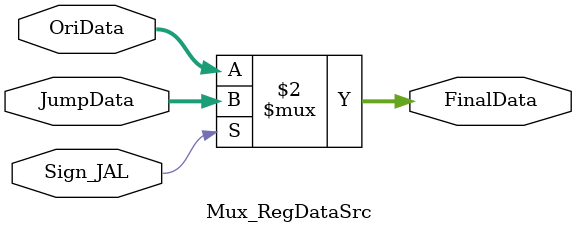
<source format=v>
`timescale 1ns / 1ps
module Mux_RegAddr(	input[4:0] Instr_16_20,
							input[4:0] Instr_11_15,
							input	Sign_RegAddr,
							input Sign_JAL,
							//input[4:0]JumpReg,
							output reg[4:0]MuxRes_RegAddr
							);
	
	always@(*) begin
		if(!Sign_JAL)
			MuxRes_RegAddr<=(Sign_RegAddr==1)?Instr_11_15:Instr_16_20;
		else
			MuxRes_RegAddr<=5'd31;//jal, GRF[31] <= PC + 4
	end
	
endmodule
//////////
module Mux_ALUSrc(	input[31:0] RegOutput2,
							input[31:0] ExtImm,
							input Sign_ALUSrc,
							output [31:0]MuxRes_ALUSrc
							);
							
	assign MuxRes_ALUSrc=(Sign_ALUSrc==1)?ExtImm:RegOutput2;
	
endmodule 
//////////
module Mux_MemtoReg(	input[31:0] ALURes,
							input[31:0] ReadMem,
							input Sign_MemtoReg,
							output [31:0] MuxRes_MemtoReg
							);
							
	assign MuxRes_MemtoReg=(Sign_MemtoReg==1)?ReadMem:ALURes;
	
endmodule
//////////
module Mux_RegDataSrc (	input[31:0] OriData,
								input[31:0] JumpData,
								input Sign_JAL,
								output[31:0] FinalData
								);
		
	assign FinalData=(Sign_JAL==1)?JumpData:OriData;
	
endmodule
//////////
/*module Mux_RegAddrSrc(	input[4:0]OriReg,
								input[4:0]JumpReg,
								input JumpReg_,
								output [4:0] FinalReg
								);
	assign FinalReg=(Jumpreg_==1)?JumpReg:OriReg;
	
endmodule*/

















</source>
